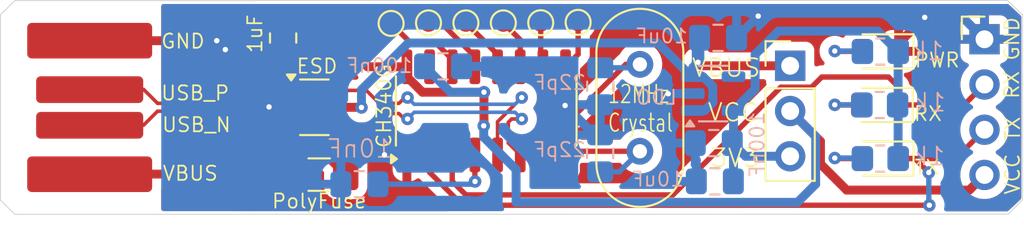
<source format=kicad_pcb>
(kicad_pcb (version 20241229) (generator "pcbnew") (generator_version "9.0")
  (layers (0 "F.Cu" signal) (2 "B.Cu" signal) (13 "F.Paste" user) (15 "B.Paste" user) (5 "F.SilkS" user "F.Silkscreen") (7 "B.SilkS" user "B.Silkscreen") (1 "F.Mask" user) (3 "B.Mask" user) (25 "Edge.Cuts" user))
  (net 0 "")
  (net 1 "GND")
  (net 2 "Net-(U1-XI)")
  (net 3 "Net-(U1-XO)")
  (net 4 "Net-(U1-V3)")
  (net 5 "VBUS")
  (net 6 "+3V3")
  (net 7 "CH3_Tx")
  (net 8 "Net-(D1-A)")
  (net 9 "CH3_Rx")
  (net 10 "Net-(D2-A)")
  (net 11 "/USB_N")
  (net 12 "/USB_P")
  (net 13 "VCC")
  (net 14 "CH3_RTS")
  (net 15 "CH3_DTR")
  (net 16 "CH3_DCD")
  (net 17 "CH3_RI")
  (net 18 "CH3_DSR")
  (net 19 "CH3_CTS")
  (net 20 "USB_D-")
  (net 22 "USB_D+")
  (net 24 "Net-(D3-A)")
  (footprint "Crystal:Crystal_HC49-U_Vertical" (layer "F.Cu") (at 84.02 120.11 -90)
    (property "Reference" "Y1" (hide yes))
    (property "Value" "Crystal" (hide yes))
    (fp_line (start -0.685 2.435) (end 5.565 2.435) (stroke (width 0.12)) (layer "F.SilkS"))
    (fp_line (start -0.685 -2.435) (end 5.565 -2.435) (stroke (width 0.12)) (layer "F.SilkS"))
    (fp_arc (start -0.685 2.435) (mid -3.12 0) (end -0.685 -2.435) (stroke (width 0.12)) (layer "F.SilkS"))
    (fp_arc (start 5.565 -2.435) (mid 8 0) (end 5.565 2.435) (stroke (width 0.12)) (layer "F.SilkS"))
    (pad "1" thru_hole circle (at 0 0 270) (size 1.5 1.5) (drill 0.8) (layers "*.Cu" "*.Mask") (net 2 "Net-(U1-XI)"))
    (pad "2" thru_hole circle (at 4.88 0 270) (size 1.5 1.5) (drill 0.8) (layers "*.Cu" "*.Mask") (net 3 "Net-(U1-XO)"))
  )
  (footprint "TestPoint:TestPoint_Pad_D1.0mm" (layer "F.Cu") (at 76.368 117.78)
    (property "Reference" "TP4" (hide yes))
    (property "Value" "TestPoint" (hide yes))
    (fp_circle (center 0 0) (end 0 0.7) (stroke (width 0.12)) (fill no) (layer "F.SilkS"))
    (pad "1" smd circle (at 0 0) (size 1 1) (layers "F.Cu" "F.Mask") (net 17 "CH3_RI"))
  )
  (footprint "Connector_PinHeader_2.54mm:PinHeader_1x04_P2.54mm_Horizontal" (layer "F.Cu") (at 103.33 118.7)
    (property "Reference" "J3" (hide yes))
    (property "Value" "Conn_01x04_Pin" (hide yes))
    (fp_line (start -1.27 -1.27) (end 0 -1.27) (stroke (width 0.12)) (layer "F.SilkS"))
    (fp_line (start -1.27 0) (end -1.27 -1.27) (stroke (width 0.12)) (layer "F.SilkS"))
    (pad "1" thru_hole rect (at 0 0) (size 1.7 1.7) (drill 1) (layers "*.Cu" "*.Mask") (net 1 "GND"))
    (pad "2" thru_hole circle (at 0 2.54) (size 1.7 1.7) (drill 1) (layers "*.Cu" "*.Mask") (net 9 "CH3_Rx"))
    (pad "3" thru_hole circle (at 0 5.08) (size 1.7 1.7) (drill 1) (layers "*.Cu" "*.Mask") (net 7 "CH3_Tx"))
    (pad "4" thru_hole circle (at 0 7.62) (size 1.7 1.7) (drill 1) (layers "*.Cu" "*.Mask") (net 13 "VCC"))
  )
  (footprint "Capacitor_SMD:C_0805_2012Metric_Pad1.18x1.45mm_HandSolder" (layer "F.Cu") (at 64.03 118.63 90)
    (property "Reference" "C9" (hide yes))
    (property "Value" "1uF" (hide yes))
    (fp_line (start -0.261252 -0.735) (end 0.261252 -0.735) (stroke (width 0.12)) (layer "F.SilkS"))
    (fp_line (start -0.261252 0.735) (end 0.261252 0.735) (stroke (width 0.12)) (layer "F.SilkS"))
    (pad "1" smd roundrect (at -1.0375 0 90) (size 1.175 1.45) (layers "F.Cu" "F.Mask" "F.Paste") (roundrect_rratio 0.212766) (net 1 "GND"))
    (pad "2" smd roundrect (at 1.0375 0 90) (size 1.175 1.45) (layers "F.Cu" "F.Mask" "F.Paste") (roundrect_rratio 0.212766) (net 13 "VCC"))
  )
  (footprint "LED_SMD:LED_0805_2012Metric_Pad1.15x1.40mm_HandSolder" (layer "F.Cu") (at 97.495 119.38 180)
    (property "Reference" "D1" (hide yes))
    (property "Value" "Power LED" (hide yes))
    (fp_line (start 1 -0.96) (end -1.86 -0.96) (stroke (width 0.12)) (layer "F.SilkS"))
    (fp_line (start -1.86 0.96) (end 1 0.96) (stroke (width 0.12)) (layer "F.SilkS"))
    (fp_line (start -1.86 -0.96) (end -1.86 0.96) (stroke (width 0.12)) (layer "F.SilkS"))
    (pad "1" smd roundrect (at -1.025 0 180) (size 1.15 1.4) (layers "F.Cu" "F.Mask" "F.Paste") (roundrect_rratio 0.217391) (net 1 "GND"))
    (pad "2" smd roundrect (at 1.025 0 180) (size 1.15 1.4) (layers "F.Cu" "F.Mask" "F.Paste") (roundrect_rratio 0.217391) (net 8 "Net-(D1-A)"))
  )
  (footprint "Connector_USB_PCB_Edge:USB_A_PCB_Edge_receptacle" (layer "F.Cu") (at 53.19 122.53)
    (property "Reference" "J1" (hide yes))
    (property "Value" "USB_A_PCB_Edge_receptacle" (hide yes))
    (fp_line (start -5 -5.2) (end -5 5.2) (stroke (width 0.05)) (layer "Edge.Cuts"))
    (fp_line (start -5 -5.2) (end -4.2 -6) (stroke (width 0.05)) (layer "Edge.Cuts"))
    (fp_line (start -5 5.2) (end -4.2 6) (stroke (width 0.05)) (layer "Edge.Cuts"))
    (fp_line (start 9 -6) (end -4.2 -6) (stroke (width 0.05)) (layer "Edge.Cuts"))
    (fp_line (start 9 6) (end -4.2 6) (stroke (width 0.05)) (layer "Edge.Cuts"))
    (pad "1" smd roundrect (at 0 3.75) (size 7 2) (layers "F.Cu" "F.Mask") (roundrect_rratio 0.125) (net 5 "VBUS"))
    (pad "2" smd roundrect (at 0 1) (size 6 1.5) (layers "F.Cu" "F.Mask") (roundrect_rratio 0.1666666667) (net 11 "/USB_N"))
    (pad "3" smd roundrect (at 0 -1) (size 6 1.5) (layers "F.Cu" "F.Mask") (roundrect_rratio 0.1666666667) (net 12 "/USB_P"))
    (pad "4" smd roundrect (at 0 -3.75) (size 7 2) (layers "F.Cu" "F.Mask") (roundrect_rratio 0.125) (net 1 "GND"))
  )
  (footprint "Package_SO:SOIC-16_3.9x9.9mm_P1.27mm" (layer "F.Cu") (at 75.41 122.72 90)
    (property "Reference" "U1" (hide yes))
    (property "Value" "CH340G" (hide yes))
    (fp_line (start 0 -5.06) (end 1.95 -5.06) (stroke (width 0.12)) (layer "F.SilkS"))
    (fp_line (start 0 -5.06) (end -1.95 -5.06) (stroke (width 0.12)) (layer "F.SilkS"))
    (fp_line (start 0 5.06) (end 1.95 5.06) (stroke (width 0.12)) (layer "F.SilkS"))
    (fp_line (start 0 5.06) (end -1.95 5.06) (stroke (width 0.12)) (layer "F.SilkS"))
    (fp_poly (pts (xy -2.7 -5.005) (xy -2.94 -5.335) (xy -2.46 -5.335)) (stroke (width 0.12)) (fill yes) (layer "F.SilkS"))
    (pad "1" smd roundrect (at -2.475 -4.445 90) (size 1.95 0.6) (layers "F.Cu" "F.Mask" "F.Paste") (net 1 "GND"))
    (pad "2" smd roundrect (at -2.475 -3.175 90) (size 1.95 0.6) (layers "F.Cu" "F.Mask" "F.Paste") (net 7 "CH3_Tx"))
    (pad "3" smd roundrect (at -2.475 -1.905 90) (size 1.95 0.6) (layers "F.Cu" "F.Mask" "F.Paste") (net 9 "CH3_Rx"))
    (pad "4" smd roundrect (at -2.475 -0.635 90) (size 1.95 0.6) (layers "F.Cu" "F.Mask" "F.Paste") (net 4 "Net-(U1-V3)"))
    (pad "5" smd roundrect (at -2.475 0.635 90) (size 1.95 0.6) (layers "F.Cu" "F.Mask" "F.Paste") (net 22 "USB_D+"))
    (pad "6" smd roundrect (at -2.475 1.905 90) (size 1.95 0.6) (layers "F.Cu" "F.Mask" "F.Paste") (net 20 "USB_D-"))
    (pad "7" smd roundrect (at -2.475 3.175 90) (size 1.95 0.6) (layers "F.Cu" "F.Mask" "F.Paste") (net 2 "Net-(U1-XI)"))
    (pad "8" smd roundrect (at -2.475 4.445 90) (size 1.95 0.6) (layers "F.Cu" "F.Mask" "F.Paste") (net 3 "Net-(U1-XO)"))
    (pad "9" smd roundrect (at 2.475 4.445 90) (size 1.95 0.6) (layers "F.Cu" "F.Mask" "F.Paste") (net 19 "CH3_CTS"))
    (pad "10" smd roundrect (at 2.475 3.175 90) (size 1.95 0.6) (layers "F.Cu" "F.Mask" "F.Paste") (net 18 "CH3_DSR"))
    (pad "11" smd roundrect (at 2.475 1.905 90) (size 1.95 0.6) (layers "F.Cu" "F.Mask" "F.Paste") (net 17 "CH3_RI"))
    (pad "12" smd roundrect (at 2.475 0.635 90) (size 1.95 0.6) (layers "F.Cu" "F.Mask" "F.Paste") (net 16 "CH3_DCD"))
    (pad "13" smd roundrect (at 2.475 -0.635 90) (size 1.95 0.6) (layers "F.Cu" "F.Mask" "F.Paste") (net 15 "CH3_DTR"))
    (pad "14" smd roundrect (at 2.475 -1.905 90) (size 1.95 0.6) (layers "F.Cu" "F.Mask" "F.Paste") (net 14 "CH3_RTS"))
    (pad "15" smd roundrect (at 2.475 -3.175 90) (size 1.95 0.6) (layers "F.Cu" "F.Mask" "F.Paste"))
    (pad "16" smd roundrect (at 2.475 -4.445 90) (size 1.95 0.6) (layers "F.Cu" "F.Mask" "F.Paste") (net 13 "VCC"))
  )
  (footprint "Fuse:Fuse_1206_3216Metric_Pad1.42x1.75mm_HandSolder" (layer "F.Cu") (at 66.05 126.3)
    (property "Reference" "F1" (hide yes))
    (property "Value" "Polyfuse_Small" (hide yes))
    (fp_line (start -0.602064 -0.91) (end 0.602064 -0.91) (stroke (width 0.12)) (layer "F.SilkS"))
    (fp_line (start -0.602064 0.91) (end 0.602064 0.91) (stroke (width 0.12)) (layer "F.SilkS"))
    (pad "1" smd roundrect (at -1.4875 0) (size 1.425 1.75) (layers "F.Cu" "F.Mask" "F.Paste") (roundrect_rratio 0.175439) (net 5 "VBUS"))
    (pad "2" smd roundrect (at 1.4875 0) (size 1.425 1.75) (layers "F.Cu" "F.Mask" "F.Paste") (roundrect_rratio 0.175439) (net 5 "VBUS"))
  )
  (footprint "TestPoint:TestPoint_Pad_D1.0mm" (layer "F.Cu") (at 80.56 117.75)
    (property "Reference" "TP6" (hide yes))
    (property "Value" "TestPoint" (hide yes))
    (fp_circle (center 0 0) (end 0 0.7) (stroke (width 0.12)) (fill no) (layer "F.SilkS"))
    (pad "1" smd circle (at 0 0) (size 1 1) (layers "F.Cu" "F.Mask") (net 19 "CH3_CTS"))
  )
  (footprint "Package_TO_SOT_SMD:SOT-23-6" (layer "F.Cu") (at 65.78 122.52)
    (property "Reference" "U2" (hide yes))
    (property "Value" "USBLC6-2SC6" (hide yes))
    (fp_line (start 0 -1.56) (end -0.8 -1.56) (stroke (width 0.12)) (layer "F.SilkS"))
    (fp_line (start 0 -1.56) (end 0.8 -1.56) (stroke (width 0.12)) (layer "F.SilkS"))
    (fp_line (start 0 1.56) (end -0.8 1.56) (stroke (width 0.12)) (layer "F.SilkS"))
    (fp_line (start 0 1.56) (end 0.8 1.56) (stroke (width 0.12)) (layer "F.SilkS"))
    (fp_poly (pts (xy -1.3 -1.51) (xy -1.54 -1.84) (xy -1.06 -1.84)) (stroke (width 0.12)) (fill yes) (layer "F.SilkS"))
    (pad "1" smd roundrect (at -1.1375 -0.95) (size 1.325 0.6) (layers "F.Cu" "F.Mask" "F.Paste") (net 12 "/USB_P"))
    (pad "2" smd roundrect (at -1.1375 0) (size 1.325 0.6) (layers "F.Cu" "F.Mask" "F.Paste") (net 1 "GND"))
    (pad "3" smd roundrect (at -1.1375 0.95) (size 1.325 0.6) (layers "F.Cu" "F.Mask" "F.Paste") (net 11 "/USB_N"))
    (pad "4" smd roundrect (at 1.1375 0.95) (size 1.325 0.6) (layers "F.Cu" "F.Mask" "F.Paste") (net 20 "USB_D-"))
    (pad "5" smd roundrect (at 1.1375 0) (size 1.325 0.6) (layers "F.Cu" "F.Mask" "F.Paste") (net 5 "VBUS"))
    (pad "6" smd roundrect (at 1.1375 -0.95) (size 1.325 0.6) (layers "F.Cu" "F.Mask" "F.Paste") (net 22 "USB_D+"))
  )
  (footprint "Connector_PinHeader_2.54mm:PinHeader_1x03_P2.54mm_Vertical" (layer "F.Cu") (at 92.44 120.19)
    (property "Reference" "JP1" (hide yes))
    (property "Value" "Jumper_3_Open" (hide yes))
    (fp_line (start -1.38 -1.38) (end 0 -1.38) (stroke (width 0.12)) (layer "F.SilkS"))
    (fp_line (start -1.38 0) (end -1.38 -1.38) (stroke (width 0.12)) (layer "F.SilkS"))
    (fp_line (start -1.38 1.27) (end -1.38 6.46) (stroke (width 0.12)) (layer "F.SilkS"))
    (fp_line (start -1.38 1.27) (end 1.38 1.27) (stroke (width 0.12)) (layer "F.SilkS"))
    (fp_line (start -1.38 6.46) (end 1.38 6.46) (stroke (width 0.12)) (layer "F.SilkS"))
    (fp_line (start 1.38 1.27) (end 1.38 6.46) (stroke (width 0.12)) (layer "F.SilkS"))
    (pad "1" thru_hole rect (at 0 0) (size 1.7 1.7) (drill 1) (layers "*.Cu" "*.Mask") (net 5 "VBUS"))
    (pad "2" thru_hole circle (at 0 2.54) (size 1.7 1.7) (drill 1) (layers "*.Cu" "*.Mask") (net 13 "VCC"))
    (pad "3" thru_hole circle (at 0 5.08) (size 1.7 1.7) (drill 1) (layers "*.Cu" "*.Mask") (net 6 "+3V3"))
  )
  (footprint "LED_SMD:LED_0805_2012Metric_Pad1.15x1.40mm_HandSolder" (layer "F.Cu") (at 97.45 122.39 180)
    (property "Reference" "D2" (hide yes))
    (property "Value" "Rx_LED" (hide yes))
    (fp_line (start 1 -0.96) (end -1.86 -0.96) (stroke (width 0.12)) (layer "F.SilkS"))
    (fp_line (start -1.86 0.96) (end 1 0.96) (stroke (width 0.12)) (layer "F.SilkS"))
    (fp_line (start -1.86 -0.96) (end -1.86 0.96) (stroke (width 0.12)) (layer "F.SilkS"))
    (pad "1" smd roundrect (at -1.025 0 180) (size 1.15 1.4) (layers "F.Cu" "F.Mask" "F.Paste") (roundrect_rratio 0.217391) (net 9 "CH3_Rx"))
    (pad "2" smd roundrect (at 1.025 0 180) (size 1.15 1.4) (layers "F.Cu" "F.Mask" "F.Paste") (roundrect_rratio 0.217391) (net 10 "Net-(D2-A)"))
  )
  (footprint "TestPoint:TestPoint_Pad_D1.0mm" (layer "F.Cu") (at 72.176 117.78)
    (property "Reference" "TP2" (hide yes))
    (property "Value" "TestPoint" (hide yes))
    (fp_circle (center 0 0) (end 0 0.7) (stroke (width 0.12)) (fill no) (layer "F.SilkS"))
    (pad "1" smd circle (at 0 0) (size 1 1) (layers "F.Cu" "F.Mask") (net 15 "CH3_DTR"))
  )
  (footprint "TestPoint:TestPoint_Pad_D1.0mm" (layer "F.Cu") (at 70.08 117.81)
    (property "Reference" "TP1" (hide yes))
    (property "Value" "TestPoint" (hide yes))
    (fp_circle (center 0 0) (end 0 0.7) (stroke (width 0.12)) (fill no) (layer "F.SilkS"))
    (pad "1" smd circle (at 0 0) (size 1 1) (layers "F.Cu" "F.Mask") (net 14 "CH3_RTS"))
  )
  (footprint "TestPoint:TestPoint_Pad_D1.0mm" (layer "F.Cu") (at 74.272 117.78)
    (property "Reference" "TP3" (hide yes))
    (property "Value" "TestPoint" (hide yes))
    (fp_circle (center 0 0) (end 0 0.7) (stroke (width 0.12)) (fill no) (layer "F.SilkS"))
    (pad "1" smd circle (at 0 0) (size 1 1) (layers "F.Cu" "F.Mask") (net 16 "CH3_DCD"))
  )
  (footprint "TestPoint:TestPoint_Pad_D1.0mm" (layer "F.Cu") (at 78.464 117.77)
    (property "Reference" "TP5" (hide yes))
    (property "Value" "TestPoint" (hide yes))
    (fp_circle (center 0 0) (end 0 0.7) (stroke (width 0.12)) (fill no) (layer "F.SilkS"))
    (pad "1" smd circle (at 0 0) (size 1 1) (layers "F.Cu" "F.Mask") (net 18 "CH3_DSR"))
  )
  (footprint "LED_SMD:LED_0805_2012Metric_Pad1.15x1.40mm_HandSolder" (layer "F.Cu") (at 97.495 125.4 180)
    (property "Reference" "D3" (hide yes))
    (property "Value" "Tx_LED" (hide yes))
    (fp_line (start 1 -0.96) (end -1.86 -0.96) (stroke (width 0.12)) (layer "F.SilkS"))
    (fp_line (start -1.86 0.96) (end 1 0.96) (stroke (width 0.12)) (layer "F.SilkS"))
    (fp_line (start -1.86 -0.96) (end -1.86 0.96) (stroke (width 0.12)) (layer "F.SilkS"))
    (pad "1" smd roundrect (at -1.025 0 180) (size 1.15 1.4) (layers "F.Cu" "F.Mask" "F.Paste") (roundrect_rratio 0.217391) (net 7 "CH3_Tx"))
    (pad "2" smd roundrect (at 1.025 0 180) (size 1.15 1.4) (layers "F.Cu" "F.Mask" "F.Paste") (roundrect_rratio 0.217391) (net 24 "Net-(D3-A)"))
  )
  (footprint "Capacitor_SMD:C_0805_2012Metric_Pad1.18x1.45mm_HandSolder" (layer "B.Cu") (at 88.22 126.68 180)
    (property "Reference" "C6" (hide yes))
    (property "Value" "10uF" (hide yes))
    (fp_line (start -0.261252 0.735) (end 0.261252 0.735) (stroke (width 0.12)) (layer "B.SilkS"))
    (fp_line (start -0.261252 -0.735) (end 0.261252 -0.735) (stroke (width 0.12)) (layer "B.SilkS"))
    (pad "1" smd roundrect (at -1.0375 0 180) (size 1.175 1.45) (layers "B.Cu" "B.Mask" "B.Paste") (roundrect_rratio 0.212766) (net 6 "+3V3"))
    (pad "2" smd roundrect (at 1.0375 0 180) (size 1.175 1.45) (layers "B.Cu" "B.Mask" "B.Paste") (roundrect_rratio 0.212766) (net 1 "GND"))
  )
  (footprint "Capacitor_SMD:C_0805_2012Metric_Pad1.18x1.45mm_HandSolder" (layer "B.Cu") (at 81.79 125.1075 90)
    (property "Reference" "C2" (hide yes))
    (property "Value" "22pF" (hide yes))
    (fp_line (start -0.261252 -0.735) (end 0.261252 -0.735) (stroke (width 0.12)) (layer "B.SilkS"))
    (fp_line (start -0.261252 0.735) (end 0.261252 0.735) (stroke (width 0.12)) (layer "B.SilkS"))
    (pad "1" smd roundrect (at -1.0375 0 90) (size 1.175 1.45) (layers "B.Cu" "B.Mask" "B.Paste") (roundrect_rratio 0.212766) (net 3 "Net-(U1-XO)"))
    (pad "2" smd roundrect (at 1.0375 0 90) (size 1.175 1.45) (layers "B.Cu" "B.Mask" "B.Paste") (roundrect_rratio 0.212766) (net 1 "GND"))
  )
  (footprint "Resistor_SMD:R_0805_2012Metric_Pad1.20x1.40mm_HandSolder" (layer "B.Cu") (at 97.46 122.39 180)
    (property "Reference" "R2" (hide yes))
    (property "Value" "1k" (hide yes))
    (fp_line (start -0.227064 0.735) (end 0.227064 0.735) (stroke (width 0.12)) (layer "B.SilkS"))
    (fp_line (start -0.227064 -0.735) (end 0.227064 -0.735) (stroke (width 0.12)) (layer "B.SilkS"))
    (pad "1" smd roundrect (at -1 0 180) (size 1.2 1.4) (layers "B.Cu" "B.Mask" "B.Paste") (roundrect_rratio 0.208333) (net 6 "+3V3"))
    (pad "2" smd roundrect (at 1 0 180) (size 1.2 1.4) (layers "B.Cu" "B.Mask" "B.Paste") (roundrect_rratio 0.208333) (net 10 "Net-(D2-A)"))
  )
  (footprint "Capacitor_SMD:C_0805_2012Metric_Pad1.18x1.45mm_HandSolder" (layer "B.Cu") (at 72.99 120.22)
    (property "Reference" "C8" (hide yes))
    (property "Value" "100nF" (hide yes))
    (fp_line (start -0.261252 -0.735) (end 0.261252 -0.735) (stroke (width 0.12)) (layer "B.SilkS"))
    (fp_line (start -0.261252 0.735) (end 0.261252 0.735) (stroke (width 0.12)) (layer "B.SilkS"))
    (pad "1" smd roundrect (at -1.0375 0) (size 1.175 1.45) (layers "B.Cu" "B.Mask" "B.Paste") (roundrect_rratio 0.212766) (net 13 "VCC"))
    (pad "2" smd roundrect (at 1.0375 0) (size 1.175 1.45) (layers "B.Cu" "B.Mask" "B.Paste") (roundrect_rratio 0.212766) (net 1 "GND"))
  )
  (footprint "Package_TO_SOT_SMD:SOT-23-5" (layer "B.Cu") (at 88.1275 121.75)
    (property "Reference" "U3" (hide yes))
    (property "Value" "SPX3819M5-L-3-3" (hide yes))
    (fp_line (start 0 -1.56) (end -0.8 -1.56) (stroke (width 0.12)) (layer "B.SilkS"))
    (fp_line (start 0 -1.56) (end 0.8 -1.56) (stroke (width 0.12)) (layer "B.SilkS"))
    (fp_line (start 0 1.56) (end -0.8 1.56) (stroke (width 0.12)) (layer "B.SilkS"))
    (fp_line (start 0 1.56) (end 0.8 1.56) (stroke (width 0.12)) (layer "B.SilkS"))
    (fp_poly (pts (xy -1.3 1.51) (xy -1.54 1.84) (xy -1.06 1.84)) (stroke (width 0.12)) (fill yes) (layer "B.SilkS"))
    (pad "1" smd roundrect (at -1.1375 0.95) (size 1.325 0.6) (layers "B.Cu" "B.Mask" "B.Paste") (net 5 "VBUS"))
    (pad "2" smd roundrect (at -1.1375 0) (size 1.325 0.6) (layers "B.Cu" "B.Mask" "B.Paste") (net 1 "GND"))
    (pad "3" smd roundrect (at -1.1375 -0.95) (size 1.325 0.6) (layers "B.Cu" "B.Mask" "B.Paste") (net 5 "VBUS"))
    (pad "4" smd roundrect (at 1.1375 -0.95) (size 1.325 0.6) (layers "B.Cu" "B.Mask" "B.Paste"))
    (pad "5" smd roundrect (at 1.1375 0.95) (size 1.325 0.6) (layers "B.Cu" "B.Mask" "B.Paste") (net 6 "+3V3"))
  )
  (footprint "Resistor_SMD:R_0805_2012Metric_Pad1.20x1.40mm_HandSolder" (layer "B.Cu") (at 97.49 119.39 180)
    (property "Reference" "R1" (hide yes))
    (property "Value" "1k" (hide yes))
    (fp_line (start -0.227064 0.735) (end 0.227064 0.735) (stroke (width 0.12)) (layer "B.SilkS"))
    (fp_line (start -0.227064 -0.735) (end 0.227064 -0.735) (stroke (width 0.12)) (layer "B.SilkS"))
    (pad "1" smd roundrect (at -1 0 180) (size 1.2 1.4) (layers "B.Cu" "B.Mask" "B.Paste") (roundrect_rratio 0.208333) (net 6 "+3V3"))
    (pad "2" smd roundrect (at 1 0 180) (size 1.2 1.4) (layers "B.Cu" "B.Mask" "B.Paste") (roundrect_rratio 0.208333) (net 8 "Net-(D1-A)"))
  )
  (footprint "Capacitor_SMD:C_0805_2012Metric_Pad1.18x1.45mm_HandSolder" (layer "B.Cu") (at 88.16 124.53 180)
    (property "Reference" "C5" (hide yes))
    (property "Value" "100nF" (hide yes))
    (fp_line (start -0.261252 0.735) (end 0.261252 0.735) (stroke (width 0.12)) (layer "B.SilkS"))
    (fp_line (start -0.261252 -0.735) (end 0.261252 -0.735) (stroke (width 0.12)) (layer "B.SilkS"))
    (pad "1" smd roundrect (at -1.0375 0 180) (size 1.175 1.45) (layers "B.Cu" "B.Mask" "B.Paste") (roundrect_rratio 0.212766) (net 6 "+3V3"))
    (pad "2" smd roundrect (at 1.0375 0 180) (size 1.175 1.45) (layers "B.Cu" "B.Mask" "B.Paste") (roundrect_rratio 0.212766) (net 1 "GND"))
  )
  (footprint "Capacitor_SMD:C_0805_2012Metric_Pad1.18x1.45mm_HandSolder" (layer "B.Cu") (at 81.8 121.3375 -90)
    (property "Reference" "C1" (hide yes))
    (property "Value" "22pF" (hide yes))
    (fp_line (start -0.261252 0.735) (end 0.261252 0.735) (stroke (width 0.12)) (layer "B.SilkS"))
    (fp_line (start -0.261252 -0.735) (end 0.261252 -0.735) (stroke (width 0.12)) (layer "B.SilkS"))
    (pad "1" smd roundrect (at -1.0375 0 270) (size 1.175 1.45) (layers "B.Cu" "B.Mask" "B.Paste") (roundrect_rratio 0.212766) (net 2 "Net-(U1-XI)"))
    (pad "2" smd roundrect (at 1.0375 0 270) (size 1.175 1.45) (layers "B.Cu" "B.Mask" "B.Paste") (roundrect_rratio 0.212766) (net 1 "GND"))
  )
  (footprint "Resistor_SMD:R_0805_2012Metric_Pad1.20x1.40mm_HandSolder" (layer "B.Cu") (at 97.49 125.4 180)
    (property "Reference" "R3" (hide yes))
    (property "Value" "1k" (hide yes))
    (fp_line (start -0.227064 0.735) (end 0.227064 0.735) (stroke (width 0.12)) (layer "B.SilkS"))
    (fp_line (start -0.227064 -0.735) (end 0.227064 -0.735) (stroke (width 0.12)) (layer "B.SilkS"))
    (pad "1" smd roundrect (at -1 0 180) (size 1.2 1.4) (layers "B.Cu" "B.Mask" "B.Paste") (roundrect_rratio 0.208333) (net 6 "+3V3"))
    (pad "2" smd roundrect (at 1 0 180) (size 1.2 1.4) (layers "B.Cu" "B.Mask" "B.Paste") (roundrect_rratio 0.208333) (net 24 "Net-(D3-A)"))
  )
  (footprint "Capacitor_SMD:C_0805_2012Metric_Pad1.18x1.45mm_HandSolder" (layer "B.Cu") (at 88.4 118.62)
    (property "Reference" "C4" (hide yes))
    (property "Value" "10uF" (hide yes))
    (fp_line (start -0.261252 -0.735) (end 0.261252 -0.735) (stroke (width 0.12)) (layer "B.SilkS"))
    (fp_line (start -0.261252 0.735) (end 0.261252 0.735) (stroke (width 0.12)) (layer "B.SilkS"))
    (pad "1" smd roundrect (at -1.0375 0) (size 1.175 1.45) (layers "B.Cu" "B.Mask" "B.Paste") (roundrect_rratio 0.212766) (net 5 "VBUS"))
    (pad "2" smd roundrect (at 1.0375 0) (size 1.175 1.45) (layers "B.Cu" "B.Mask" "B.Paste") (roundrect_rratio 0.212766) (net 1 "GND"))
  )
  (footprint "Capacitor_SMD:C_0805_2012Metric_Pad1.18x1.45mm_HandSolder" (layer "B.Cu") (at 68.3 126.84 180)
    (property "Reference" "C3" (hide yes))
    (property "Value" "10nF")
    (fp_line (start -0.261252 0.735) (end 0.261252 0.735) (stroke (width 0.12)) (layer "B.SilkS"))
    (fp_line (start -0.261252 -0.735) (end 0.261252 -0.735) (stroke (width 0.12)) (layer "B.SilkS"))
    (pad "1" smd roundrect (at -1.0375 0 180) (size 1.175 1.45) (layers "B.Cu" "B.Mask" "B.Paste") (roundrect_rratio 0.212766) (net 4 "Net-(U1-V3)"))
    (pad "2" smd roundrect (at 1.0375 0 180) (size 1.175 1.45) (layers "B.Cu" "B.Mask" "B.Paste") (roundrect_rratio 0.212766) (net 1 "GND"))
  )
  (gr_line (start 105.46 117.32) (end 105.46 127.72) (stroke (width 0.05)) (layer "Edge.Cuts"))
  (gr_line (start 105.46 127.72) (end 104.66 128.52) (stroke (width 0.05)) (layer "Edge.Cuts"))
  (gr_line (start 62.19 116.53) (end 62.965 116.52) (stroke (width 0.05)) (layer "Edge.Cuts"))
  (gr_line (start 62.965 116.52) (end 104.61 116.52) (stroke (width 0.05)) (layer "Edge.Cuts"))
  (gr_line (start 105.46 117.32) (end 104.61 116.52) (stroke (width 0.05)) (layer "Edge.Cuts"))
  (gr_line (start 62.19 128.53) (end 104.66 128.519739) (stroke (width 0.05)) (layer "Edge.Cuts"))
  (gr_text "12MHz\nCrystal" (at 82.18 123.98 0) (layer "F.SilkS") (effects (font (size 1 0.7) (thickness 0.0875)) (justify left bottom)))
  (gr_text "CH340G" (at 70.15 124.87 90) (layer "F.SilkS") (effects (font (size 0.8 0.8) (thickness 0.1)) (justify left bottom)))
  (gr_text "VCC" (at 87.75 123.4 0) (layer "F.SilkS") (effects (font (size 1 1) (thickness 0.1)) (justify left bottom)))
  (gr_text "USB_P" (at 57.13 122.19 0) (layer "F.SilkS") (effects (font (size 0.8 0.8) (thickness 0.1)) (justify left bottom)))
  (gr_text "VCC" (at 105.37 127.48 90) (layer "F.SilkS") (effects (font (size 0.8 0.8) (thickness 0.1)) (justify left bottom)))
  (gr_text "GND" (at 105.34 119.96 90) (layer "F.SilkS") (effects (font (size 0.8 0.8) (thickness 0.1)) (justify left bottom)))
  (gr_text "1uF" (at 62.92 119.54 90) (layer "F.SilkS") (effects (font (size 0.8 0.8) (thickness 0.1)) (justify left bottom)))
  (gr_text "PolyFuse" (at 63.34 128.26 0) (layer "F.SilkS") (effects (font (size 0.8 0.8) (thickness 0.1)) (justify left bottom)))
  (gr_text "VBUS" (at 86.86 120.89 0) (layer "F.SilkS") (effects (font (size 1 1) (thickness 0.1)) (justify left bottom)))
  (gr_text "TX" (at 105.38 124.48 90) (layer "F.SilkS") (effects (font (size 0.8 0.8) (thickness 0.1)) (justify left bottom)))
  (gr_text "PWR" (at 99.355 120.34 0) (layer "F.SilkS") (effects (font (size 0.8 0.8) (thickness 0.1)) (justify left bottom)))
  (gr_text "RX" (at 99.31 123.35 0) (layer "F.SilkS") (effects (font (size 0.8 0.8) (thickness 0.1)) (justify left bottom)))
  (gr_text "ESD" (at 64.72 120.68 0) (layer "F.SilkS") (effects (font (size 0.8 0.8) (thickness 0.1)) (justify left bottom)))
  (gr_text "3V3" (at 87.92 125.95 0) (layer "F.SilkS") (effects (font (size 1 1) (thickness 0.1)) (justify left bottom)))
  (gr_text "GND" (at 57.13 119.28 0) (layer "F.SilkS") (effects (font (size 0.8 0.8) (thickness 0.1)) (justify left bottom)))
  (gr_text "VBUS" (at 57.22 126.7 0) (layer "F.SilkS") (effects (font (size 0.8 0.8) (thickness 0.1)) (justify left bottom)))
  (gr_text "USB_N" (at 57.18 123.97 0) (layer "F.SilkS") (effects (font (size 0.8 0.8) (thickness 0.1)) (justify left bottom)))
  (gr_text "RX" (at 105.33 122.11 90) (layer "F.SilkS") (effects (font (size 0.8 0.8) (thickness 0.1)) (justify left bottom)))
  (gr_text "TX" (at 99.355 126.36 0) (layer "F.SilkS") (effects (font (size 0.8 0.8) (thickness 0.1)) (justify left bottom)))
  (gr_text "22pF" (at 81.055 125.368752 0) (layer "B.SilkS") (effects (font (size 0.8 0.8) (thickness 0.1)) (justify left bottom mirror)))
  (gr_text "22pF" (at 81.065 121.598752 0) (layer "B.SilkS") (effects (font (size 0.8 0.8) (thickness 0.1)) (justify left bottom mirror)))
  (gr_text "10uF" (at 86.77 118.99 0) (layer "B.SilkS") (effects (font (size 0.8 0.8) (thickness 0.1)) (justify left bottom mirror)))
  (gr_text "LDO" (at 86.16 122.43 0) (layer "B.SilkS") (effects (font (size 0.8 0.8) (thickness 0.1)) (justify left bottom mirror)))
  (gr_text "1k" (at 101.2 125.855 0) (layer "B.SilkS") (effects (font (size 1 1) (thickness 0.1)) (justify left bottom mirror)))
  (gr_text "100nF" (at 71.34 120.65 0) (layer "B.SilkS") (effects (font (size 0.8 0.8) (thickness 0.1)) (justify left bottom mirror)))
  (gr_text "10nF" (at 70.22 125.43 0) (layer "B.SilkS") (effects (font (size 1 1) (thickness 0.1)) (justify left bottom mirror)))
  (gr_text "100nF" (at 91.06 122.7 90) (layer "B.SilkS") (effects (font (size 0.8 0.8) (thickness 0.1)) (justify left bottom mirror)))
  (gr_text "1k" (at 101.13 119.95 0) (layer "B.SilkS") (effects (font (size 1 1) (thickness 0.1)) (justify left bottom mirror)))
  (gr_text "10uF" (at 86.55 127.03 0) (layer "B.SilkS") (effects (font (size 0.8 0.8) (thickness 0.1)) (justify left bottom mirror)))
  (gr_text "1k" (at 101.24 122.835 0) (layer "B.SilkS") (effects (font (size 1 1) (thickness 0.1)) (justify left bottom mirror)))
  (segment (start 64.6425 122.52) (end 63.26 122.52) (width 0.5) (layer "F.Cu") (net 1))
  (segment (start 98.52 119.38) (end 98.52 118.93) (width 0.5) (layer "F.Cu") (net 1))
  (segment (start 61.1975 119.6675) (end 60.31 118.78) (width 0.5) (layer "F.Cu") (net 1))
  (segment (start 69.715 125.195) (end 69.71 125.19) (width 0.5) (layer "F.Cu") (net 1))
  (segment (start 64.03 119.6675) (end 61.1975 119.6675) (width 0.5) (layer "F.Cu") (net 1))
  (segment (start 70.965 125.195) (end 69.715 125.195) (width 0.5) (layer "F.Cu") (net 1))
  (segment (start 98.52 118.93) (end 99.98 117.47) (width 0.5) (layer "F.Cu") (net 1))
  (segment (start 53.19 118.78) (end 60.31 118.78) (width 0.5) (layer "F.Cu") (net 1))
  (segment (start 63.26 122.52) (end 63.24 122.5) (width 0.5) (layer "F.Cu") (net 1))
  (via (at 60.31 118.78) (size 0.7) (drill 0.3) (layers "F.Cu" "B.Cu") (net 1))
  (via (at 69.71 125.19) (size 0.7) (drill 0.3) (layers "F.Cu" "B.Cu") (net 1))
  (via (at 79.83 122.42) (size 0.7) (drill 0.3) (layers "F.Cu" "B.Cu") (net 1))
  (via (at 60.79 119.28) (size 0.7) (drill 0.3) (layers "F.Cu" "B.Cu") (net 1))
  (via (at 85.61 121.76) (size 0.7) (drill 0.3) (layers "F.Cu" "B.Cu") (net 1))
  (via (at 99.98 117.47) (size 0.7) (drill 0.3) (layers "F.Cu" "B.Cu") (net 1))
  (via (at 90.65 117.4) (size 0.7) (drill 0.3) (layers "F.Cu" "B.Cu") (net 1))
  (via (at 63.24 122.5) (size 0.7) (drill 0.3) (layers "F.Cu" "B.Cu") (net 1))
  (segment (start 81.79 124.07) (end 81.48 124.07) (width 0.5) (layer "B.Cu") (net 1))
  (segment (start 60.31 118.8) (end 60.79 119.28) (width 0.5) (layer "B.Cu") (net 1))
  (segment (start 79.875 122.375) (end 79.83 122.42) (width 0.5) (layer "B.Cu") (net 1))
  (segment (start 102.1 117.47) (end 103.33 118.7) (width 0.5) (layer "B.Cu") (net 1))
  (segment (start 74.0275 120.22) (end 74.0275 120.356998) (width 0.5) (layer "B.Cu") (net 1))
  (segment (start 81.48 124.07) (end 79.83 122.42) (width 0.5) (layer "B.Cu") (net 1))
  (segment (start 60.31 118.78) (end 60.31 118.8) (width 0.5) (layer "B.Cu") (net 1))
  (segment (start 81.8 122.375) (end 79.875 122.375) (width 0.5) (layer "B.Cu") (net 1))
  (segment (start 74.0275 120.22) (end 77.63 120.22) (width 0.5) (layer "B.Cu") (net 1))
  (segment (start 89.4375 118.6125) (end 90.65 117.4) (width 0.5) (layer "B.Cu") (net 1))
  (segment (start 89.4375 118.62) (end 89.4375 118.6125) (width 0.5) (layer "B.Cu") (net 1))
  (segment (start 86.99 121.75) (end 85.62 121.75) (width 0.5) (layer "B.Cu") (net 1))
  (segment (start 85.62 121.75) (end 85.61 121.76) (width 0.5) (layer "B.Cu") (net 1))
  (segment (start 99.98 117.47) (end 102.1 117.47) (width 0.5) (layer "B.Cu") (net 1))
  (segment (start 77.63 120.22) (end 79.83 122.42) (width 0.5) (layer "B.Cu") (net 1))
  (segment (start 84.02 120.11) (end 83.23 120.11) (width 0.3) (layer "F.Cu") (net 2))
  (segment (start 83.23 120.11) (end 78.585 124.755) (width 0.3) (layer "F.Cu") (net 2))
  (segment (start 78.585 124.755) (end 78.585 125.195) (width 0.3) (layer "F.Cu") (net 2))
  (segment (start 81.8 120.3) (end 83.83 120.3) (width 0.3) (layer "B.Cu") (net 2))
  (segment (start 83.83 120.3) (end 84.02 120.11) (width 0.3) (layer "B.Cu") (net 2))
  (segment (start 84.02 124.99) (end 80.06 124.99) (width 0.3) (layer "F.Cu") (net 3))
  (segment (start 80.06 124.99) (end 79.855 125.195) (width 0.3) (layer "F.Cu") (net 3))
  (segment (start 81.79 126.145) (end 82.865 126.145) (width 0.3) (layer "B.Cu") (net 3))
  (segment (start 82.865 126.145) (end 84.02 124.99) (width 0.3) (layer "B.Cu") (net 3))
  (segment (start 74.775 125.195) (end 74.775 126.678872) (width 0.3) (layer "F.Cu") (net 4))
  (segment (start 74.775 126.678872) (end 74.783064 126.686936) (width 0.3) (layer "F.Cu") (net 4))
  (via (at 74.783064 126.686936) (size 0.7) (drill 0.3) (layers "F.Cu" "B.Cu") (net 4))
  (segment (start 74.783064 126.686936) (end 74.63 126.84) (width 0.3) (layer "B.Cu") (net 4))
  (segment (start 74.63 126.84) (end 69.3375 126.84) (width 0.3) (layer "B.Cu") (net 4))
  (segment (start 65.804 124.5665) (end 65.804 123.0669) (width 0.5) (layer "F.Cu") (net 5))
  (segment (start 64.5325 126.27) (end 64.5625 126.3) (width 0.5) (layer "F.Cu") (net 5))
  (segment (start 68.41 122.52) (end 68.42 122.53) (width 0.5) (layer "F.Cu") (net 5))
  (segment (start 87.28 119.99) (end 87.48 120.19) (width 0.5) (layer "F.Cu") (net 5))
  (segment (start 66.3509 122.52) (end 66.9175 122.52) (width 0.5) (layer "F.Cu") (net 5))
  (segment (start 67.5375 126.3) (end 65.804 124.5665) (width 0.5) (layer "F.Cu") (net 5))
  (segment (start 66.9175 122.52) (end 68.41 122.52) (width 0.5) (layer "F.Cu") (net 5))
  (segment (start 53.965 126.27) (end 64.5325 126.27) (width 0.5) (layer "F.Cu") (net 5))
  (segment (start 65.804 123.0669) (end 66.3509 122.52) (width 0.5) (layer "F.Cu") (net 5))
  (segment (start 87.48 120.19) (end 92.44 120.19) (width 0.5) (layer "F.Cu") (net 5))
  (via (at 87.28 119.99) (size 0.7) (drill 0.3) (layers "F.Cu" "B.Cu") (net 5))
  (via (at 68.42 122.53) (size 0.7) (drill 0.3) (layers "F.Cu" "B.Cu") (net 5))
  (segment (start 88.1035 122.248999) (end 87.652499 122.7) (width 0.5) (layer "B.Cu") (net 5))
  (segment (start 88.1035 121.3469) (end 88.1035 122.248999) (width 0.5) (layer "B.Cu") (net 5))
  (segment (start 87.28 118.7025) (end 87.3625 118.62) (width 0.5) (layer "B.Cu") (net 5))
  (segment (start 87.5566 120.8) (end 88.1035 121.3469) (width 0.5) (layer "B.Cu") (net 5))
  (segment (start 86.919 120.8) (end 86.99 120.8) (width 0.5) (layer "B.Cu") (net 5))
  (segment (start 87.652499 122.7) (end 86.99 122.7) (width 0.5) (layer "B.Cu") (net 5))
  (segment (start 86.99 120.8) (end 86.99 120.28) (width 0.5) (layer "B.Cu") (net 5))
  (segment (start 86.99 120.8) (end 87.5566 120.8) (width 0.5) (layer "B.Cu") (net 5))
  (segment (start 85.028 118.909) (end 86.919 120.8) (width 0.5) (layer "B.Cu") (net 5))
  (segment (start 71.042708 118.909) (end 85.028 118.909) (width 0.5) (layer "B.Cu") (net 5))
  (segment (start 87.28 119.99) (end 87.28 118.7025) (width 0.7) (layer "B.Cu") (net 5))
  (segment (start 68.42 122.53) (end 68.42 121.531708) (width 0.5) (layer "B.Cu") (net 5))
  (segment (start 86.99 120.28) (end 87.28 119.99) (width 0.5) (layer "B.Cu") (net 5))
  (segment (start 68.42 121.531708) (end 71.042708 118.909) (width 0.5) (layer "B.Cu") (net 5))
  (segment (start 86.99 122.7) (end 87.1375 122.7) (width 0.5) (layer "B.Cu") (net 5))
  (segment (start 89.9375 125.27) (end 89.1975 124.53) (width 0.5) (layer "B.Cu") (net 6))
  (segment (start 89.265 122.7) (end 89.265 126.6725) (width 0.5) (layer "B.Cu") (net 6))
  (segment (start 98.49 119.39) (end 98.49 125.4) (width 0.5) (layer "B.Cu") (net 6))
  (segment (start 89.265 126.6725) (end 89.2575 126.68) (width 0.5) (layer "B.Cu") (net 6))
  (segment (start 90.476 119.552) (end 91.789 118.239) (width 0.5) (layer "B.Cu") (net 6))
  (segment (start 89.265 122.7) (end 90.476 121.489) (width 0.5) (layer "B.Cu") (net 6))
  (segment (start 92.44 125.27) (end 89.9375 125.27) (width 0.5) (layer "B.Cu") (net 6))
  (segment (start 97.339 118.239) (end 98.49 119.39) (width 0.5) (layer "B.Cu") (net 6))
  (segment (start 90.476 121.489) (end 90.476 119.552) (width 0.5) (layer "B.Cu") (net 6))
  (segment (start 91.789 118.239) (end 97.339 118.239) (width 0.5) (layer "B.Cu") (net 6))
  (segment (start 99.43 125.4) (end 100.21 126.18) (width 0.3) (layer "F.Cu") (net 7))
  (segment (start 100.24 128.02) (end 74.085001 128.02) (width 0.3) (layer "F.Cu") (net 7))
  (segment (start 98.52 125.4) (end 99.43 125.4) (width 0.3) (layer "F.Cu") (net 7))
  (segment (start 74.085001 128.02) (end 72.235 126.169999) (width 0.3) (layer "F.Cu") (net 7))
  (segment (start 101.71 125.4) (end 100.33 125.4) (width 0.3) (layer "F.Cu") (net 7))
  (segment (start 72.235 126.169999) (end 72.235 125.195) (width 0.3) (layer "F.Cu") (net 7))
  (segment (start 100.33 125.4) (end 98.52 125.4) (width 0.3) (layer "F.Cu") (net 7))
  (segment (start 103.33 123.78) (end 101.71 125.4) (width 0.3) (layer "F.Cu") (net 7))
  (via (at 100.24 128.02) (size 0.7) (drill 0.3) (layers "F.Cu" "B.Cu") (net 7))
  (via (at 100.21 126.18) (size 0.7) (drill 0.3) (layers "F.Cu" "B.Cu") (net 7))
  (segment (start 100.21 127.99) (end 100.24 128.02) (width 0.3) (layer "B.Cu") (net 7))
  (segment (start 100.21 126.18) (end 100.21 127.99) (width 0.3) (layer "B.Cu") (net 7))
  (segment (start 94.96 119.38) (end 94.94 119.36) (width 0.3) (layer "F.Cu") (net 8))
  (segment (start 96.47 119.38) (end 94.96 119.38) (width 0.3) (layer "F.Cu") (net 8))
  (via (at 94.94 119.36) (size 0.7) (drill 0.3) (layers "F.Cu" "B.Cu") (net 8))
  (segment (start 94.94 119.36) (end 96.46 119.36) (width 0.3) (layer "B.Cu") (net 8))
  (segment (start 96.46 119.36) (end 96.49 119.39) (width 0.3) (layer "B.Cu") (net 8))
  (segment (start 98.475 122.39) (end 98.475 121.345) (width 0.3) (layer "F.Cu") (net 9))
  (segment (start 103.33 121.24) (end 102.18 122.39) (width 0.3) (layer "F.Cu") (net 9))
  (segment (start 102.18 122.39) (end 100.8 122.39) (width 0.3) (layer "F.Cu") (net 9))
  (segment (start 100.8 122.39) (end 98.475 122.39) (width 0.3) (layer "F.Cu") (net 9))
  (segment (start 73.505 126.675) (end 73.505 125.195) (width 0.3) (layer "F.Cu") (net 9))
  (segment (start 93.641 121.391) (end 91.919 121.391) (width 0.3) (layer "F.Cu") (net 9))
  (segment (start 91.919 121.391) (end 85.87 127.44) (width 0.3) (layer "F.Cu") (net 9))
  (segment (start 93.641 121.391) (end 94.212 120.82) (width 0.3) (layer "F.Cu") (net 9))
  (segment (start 94.212 120.82) (end 97.95 120.82) (width 0.3) (layer "F.Cu") (net 9))
  (segment (start 74.27 127.44) (end 73.505 126.675) (width 0.3) (layer "F.Cu") (net 9))
  (segment (start 98.475 121.345) (end 97.95 120.82) (width 0.3) (layer "F.Cu") (net 9))
  (segment (start 85.87 127.44) (end 74.27 127.44) (width 0.3) (layer "F.Cu") (net 9))
  (segment (start 96.425 122.39) (end 94.95 122.39) (width 0.3) (layer "F.Cu") (net 10))
  (segment (start 94.95 122.39) (end 94.94 122.38) (width 0.3) (layer "F.Cu") (net 10))
  (via (at 94.94 122.38) (size 0.7) (drill 0.3) (layers "F.Cu" "B.Cu") (net 10))
  (segment (start 96.45 122.38) (end 96.46 122.39) (width 0.3) (layer "B.Cu") (net 10))
  (segment (start 94.94 122.38) (end 96.45 122.38) (width 0.3) (layer "B.Cu") (net 10))
  (segment (start 56.99 122.745) (end 56.215 123.52) (width 0.2) (layer "F.Cu") (net 11))
  (segment (start 62.1775 122.7375) (end 62.9025 123.4625) (width 0.2) (layer "F.Cu") (net 11))
  (segment (start 62.18 122.74) (end 56.99 122.74) (width 0.2) (layer "F.Cu") (net 11))
  (segment (start 64.63875 123.46) (end 62.90125 123.46) (width 0.2) (layer "F.Cu") (net 11))
  (segment (start 56.215 123.52) (end 53.965 123.52) (width 0.2) (layer "F.Cu") (net 11))
  (segment (start 64.6425 121.57) (end 62.905 121.57) (width 0.2) (layer "F.Cu") (net 12))
  (segment (start 62.905 121.57) (end 62.18 122.295) (width 0.2) (layer "F.Cu") (net 12))
  (segment (start 56.99 122.295) (end 56.215 121.52) (width 0.2) (layer "F.Cu") (net 12))
  (segment (start 56.215 121.52) (end 53.965 121.52) (width 0.2) (layer "F.Cu") (net 12))
  (segment (start 62.18 122.295) (end 56.99 122.295) (width 0.2) (layer "F.Cu") (net 12))
  (segment (start 64.03 117.5925) (end 66.1125 117.5925) (width 0.5) (layer "F.Cu") (net 13))
  (segment (start 94.139 124.429) (end 92.44 122.73) (width 0.5) (layer "F.Cu") (net 13))
  (segment (start 70.965 120.245) (end 70.965 120.8041) (width 0.5) (layer "F.Cu") (net 13))
  (segment (start 102.48 127.17) (end 95.607214 127.17) (width 0.5) (layer "F.Cu") (net 13))
  (segment (start 68.765 120.245) (end 70.965 120.245) (width 0.5) (layer "F.Cu") (net 13))
  (segment (start 95.607214 127.17) (end 94.139 125.701786) (width 0.5) (layer "F.Cu") (net 13))
  (segment (start 71.83319 121.67229) (end 75.283503 121.67229) (width 0.5) (layer "F.Cu") (net 13))
  (segment (start 70.965 120.245) (end 70.965 120.807213) (width 0.5) (layer "F.Cu") (net 13))
  (segment (start 75.283503 121.67229) (end 75.283503 123.546497) (width 0.5) (layer "F.Cu") (net 13))
  (segment (start 94.139 125.701786) (end 94.139 124.429) (width 0.5) (layer "F.Cu") (net 13))
  (segment (start 66.1125 117.5925) (end 68.765 120.245) (width 0.5) (layer "F.Cu") (net 13))
  (segment (start 75.283503 123.546497) (end 75.27 123.56) (width 0.5) (layer "F.Cu") (net 13))
  (segment (start 103.33 126.32) (end 102.48 127.17) (width 0.5) (layer "F.Cu") (net 13))
  (segment (start 70.965 120.8041) (end 71.83319 121.67229) (width 0.5) (layer "F.Cu") (net 13))
  (via (at 75.27 123.56) (size 0.7) (drill 0.3) (layers "F.Cu" "B.Cu") (net 13))
  (via (at 75.283503 121.67229) (size 0.7) (drill 0.3) (layers "F.Cu" "B.Cu") (net 13))
  (segment (start 93.87 126.84) (end 93.87 124.16) (width 0.5) (layer "B.Cu") (net 13))
  (segment (start 75.27 124.2) (end 77.0835 126.0135) (width 0.5) (layer "B.Cu") (net 13))
  (segment (start 93.87 124.16) (end 92.44 122.73) (width 0.5) (layer "B.Cu") (net 13))
  (segment (start 77.0835 126.0135) (end 77.0835 127.856) (width 0.5) (layer "B.Cu") (net 13))
  (segment (start 75.27 123.56) (end 75.27 124.2) (width 0.5) (layer "B.Cu") (net 13))
  (segment (start 77.0835 127.856) (end 92.854 127.856) (width 0.5) (layer "B.Cu") (net 13))
  (segment (start 71.9525 120.22) (end 73.40479 121.67229) (width 0.5) (layer "B.Cu") (net 13))
  (segment (start 73.40479 121.67229) (end 75.283503 121.67229) (width 0.5) (layer "B.Cu") (net 13))
  (segment (start 92.854 127.856) (end 93.87 126.84) (width 0.5) (layer "B.Cu") (net 13))
  (segment (start 73.505 119.827322) (end 73.505 120.245) (width 0.3) (layer "F.Cu") (net 14))
  (segment (start 70.08 117.81) (end 71.189 118.919) (width 0.3) (layer "F.Cu") (net 14))
  (segment (start 72.596678 118.919) (end 73.505 119.827322) (width 0.3) (layer "F.Cu") (net 14))
  (segment (start 71.189 118.919) (end 72.596678 118.919) (width 0.3) (layer "F.Cu") (net 14))
  (segment (start 72.883106 117.78) (end 74.775 119.671894) (width 0.3) (layer "F.Cu") (net 15))
  (segment (start 72.176 117.78) (end 72.883106 117.78) (width 0.3) (layer "F.Cu") (net 15))
  (segment (start 74.775 119.671894) (end 74.775 120.245) (width 0.3) (layer "F.Cu") (net 15))
  (segment (start 76.045 119.553) (end 76.045 120.245) (width 0.3) (layer "F.Cu") (net 16))
  (segment (start 74.272 117.78) (end 76.045 119.553) (width 0.3) (layer "F.Cu") (net 16))
  (segment (start 77.315 118.727) (end 77.315 120.245) (width 0.3) (layer "F.Cu") (net 17))
  (segment (start 76.368 117.78) (end 77.315 118.727) (width 0.3) (layer "F.Cu") (net 17))
  (segment (start 78.464 117.77) (end 78.464 120.124) (width 0.3) (layer "F.Cu") (net 18))
  (segment (start 78.464 120.124) (end 78.585 120.245) (width 0.3) (layer "F.Cu") (net 18))
  (segment (start 80.56 117.75) (end 80.56 119.54) (width 0.3) (layer "F.Cu") (net 19))
  (segment (start 80.56 119.54) (end 79.855 120.245) (width 0.3) (layer "F.Cu") (net 19))
  (segment (start 76.646 123.365396) (end 76.646 124.526) (width 0.2) (layer "F.Cu") (net 20))
  (segment (start 71 123.174999) (end 70.818339 123.174999) (width 0.2) (layer "F.Cu") (net 20))
  (segment (start 68.850654 123.47) (end 69.451 122.869654) (width 0.2) (layer "F.Cu") (net 20))
  (segment (start 66.9175 123.47) (end 68.850654 123.47) (width 0.2) (layer "F.Cu") (net 20))
  (segment (start 77.4 123.174999) (end 76.836397 123.174999) (width 0.2) (layer "F.Cu") (net 20))
  (segment (start 76.646 124.526) (end 77.315 125.195) (width 0.2) (layer "F.Cu") (net 20))
  (segment (start 69.45 122.87) (end 70.51334 122.87) (width 0.2) (layer "F.Cu") (net 20))
  (segment (start 76.836397 123.174999) (end 76.646 123.365396) (width 0.2) (layer "F.Cu") (net 20))
  (segment (start 70.818339 123.174999) (end 70.51334 122.87) (width 0.2) (layer "F.Cu") (net 20))
  (via (at 71 123.174999) (size 0.7) (drill 0.3) (layers "F.Cu" "B.Cu") (net 20))
  (via (at 77.4 123.174999) (size 0.7) (drill 0.3) (layers "F.Cu" "B.Cu") (net 20))
  (segment (start 77.4 123.174999) (end 77.025001 122.8) (width 0.2) (layer "B.Cu") (net 20))
  (segment (start 77.025001 122.8) (end 71.374999 122.8) (width 0.2) (layer "B.Cu") (net 20))
  (segment (start 71.374999 122.8) (end 71 123.174999) (width 0.2) (layer "B.Cu") (net 20))
  (segment (start 76.045 123.329999) (end 76.045 125.195) (width 0.2) (layer "F.Cu") (net 22))
  (segment (start 70.834999 121.985001) (end 70.53 122.29) (width 0.2) (layer "F.Cu") (net 22))
  (segment (start 69.415654 122.295) (end 68.690654 121.57) (width 0.2) (layer "F.Cu") (net 22))
  (segment (start 69.42833 122.3) (end 70.49167 122.3) (width 0.2) (layer "F.Cu") (net 22))
  (segment (start 68.690654 121.57) (end 66.9175 121.57) (width 0.2) (layer "F.Cu") (net 22))
  (segment (start 71 121.974999) (end 71 122.05) (width 0.2) (layer "F.Cu") (net 22))
  (segment (start 77.4 121.974999) (end 76.045 123.329999) (width 0.2) (layer "F.Cu") (net 22))
  (via (at 77.4 121.974999) (size 0.7) (drill 0.3) (layers "F.Cu" "B.Cu") (net 22))
  (via (at 71 121.974999) (size 0.7) (drill 0.3) (layers "F.Cu" "B.Cu") (net 22))
  (segment (start 77.025001 122.349998) (end 71.374999 122.349998) (width 0.2) (layer "B.Cu") (net 22))
  (segment (start 77.4 121.974999) (end 77.025001 122.349998) (width 0.2) (layer "B.Cu") (net 22))
  (segment (start 71.374999 122.349998) (end 71 121.974999) (width 0.2) (layer "B.Cu") (net 22))
  (segment (start 96.47 125.4) (end 94.97 125.4) (width 0.3) (layer "F.Cu") (net 24))
  (segment (start 94.97 125.4) (end 94.94 125.37) (width 0.3) (layer "F.Cu") (net 24))
  (via (at 94.94 125.37) (size 0.7) (drill 0.3) (layers "F.Cu" "B.Cu") (net 24))
  (segment (start 94.94 125.37) (end 96.46 125.37) (width 0.3) (layer "B.Cu") (net 24))
  (segment (start 96.46 125.37) (end 96.49 125.4) (width 0.3) (layer "B.Cu") (net 24))
  (zone (net 1) (net_name "GND") (layers "F.Cu" "B.Cu") (connect_pads (clearance 0.5)) (min_thickness 0.25) (fill yes (thermal_gap 0.5) (thermal_bridge_width 0.5))
    (polygon (pts (xy 57.2 116.72) (xy 104.66 116.72) (xy 105.39 117.4) (xy 105.39 127.66) (xy 104.64 128.36) (xy 57.2 128.35) (xy 57.2 127.57) (xy 57.2 117.35) (xy 57.2 116.91)))
  )
)
</source>
